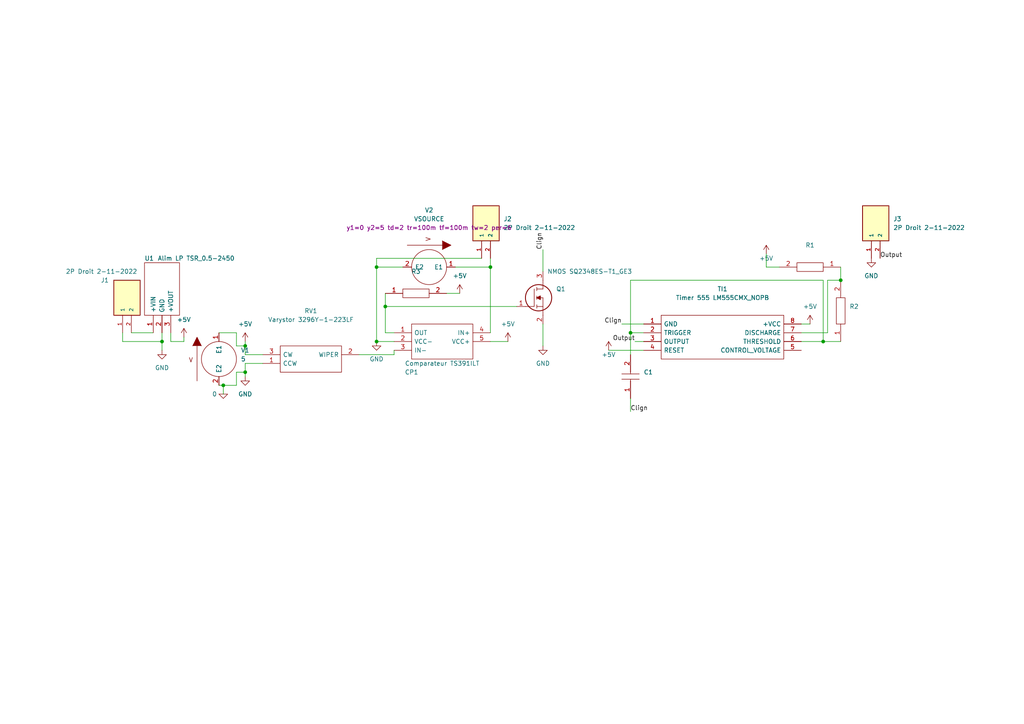
<source format=kicad_sch>
(kicad_sch (version 20211123) (generator eeschema)
  (paper "A4")
  (lib_symbols
    (symbol "EPSA_lib:2P Droit 2-11-2022" (pin_names (offset 1.016))
      (property "Reference" "J" (at -2.54 3.81 0))
      (property "Value" "2P Droit 2-11-2022" (at -12.7 6.35 0))
      (symbol "2P Droit 2-11-2022_0_0"
        (rectangle (start -5.08 -5.08) (end 5.08 2.54) (stroke (width 0.254)) (fill (type background)))
        (pin passive line (at -10.16 0 0) (length 5.08) (name "1") (number "1"))
        (pin passive line (at -10.16 -2.54 0) (length 5.08) (name "2") (number "2"))
      )
    )
    (symbol "EPSA_lib:Alim LP TSR_0.5-2450" (pin_names (offset 0.762))
      (property "Reference" "U" (at 21.59 7.62 0))
      (property "Value" "Alim LP TSR_0.5-2450" (at 21.59 5.08 0))
      (symbol "Alim LP TSR_0.5-2450_0_0"
        (pin passive line (at 0 0 0) (length 5.08) (name "+VIN") (number "1"))
        (pin passive line (at 0 -2.54 0) (length 5.08) (name "GND") (number "2"))
        (pin passive line (at 0 -5.08 0) (length 5.08) (name "+VOUT") (number "3"))
      )
      (symbol "Alim LP TSR_0.5-2450_0_1"
        (polyline (pts (xy 5.08 2.54) (xy 20.32 2.54) (xy 20.32 -7.62) (xy 5.08 -7.62) (xy 5.08 2.54)) (stroke (width 0.1524)))
      )
    )
    (symbol "EPSA_lib:Comparateur TS391ILT" (pin_names (offset 0.762))
      (property "Reference" "CP" (at 35.56 7.62 0))
      (property "Value" "Comparateur TS391ILT" (at 35.56 5.08 0))
      (property "Spice_Lib_File" "${EPSA}\\SpiceModel\\C_ts391.lib" (at 35.56 12.7 0))
      (symbol "Comparateur TS391ILT_0_0"
        (pin passive line (at 0 0 0) (length 5.08) (name "OUT") (number "1"))
        (pin passive line (at 0 -2.54 0) (length 5.08) (name "VCC-") (number "2"))
        (pin passive line (at 0 -5.08 0) (length 5.08) (name "IN-") (number "3"))
        (pin passive line (at 27.94 0 180) (length 5.08) (name "IN+") (number "4"))
        (pin passive line (at 27.94 -2.54 180) (length 5.08) (name "VCC+") (number "5"))
      )
      (symbol "Comparateur TS391ILT_0_1"
        (polyline (pts (xy 5.08 2.54) (xy 22.86 2.54) (xy 22.86 -7.62) (xy 5.08 -7.62) (xy 5.08 2.54)) (stroke (width 0.1524)))
      )
    )
    (symbol "EPSA_lib:Condensateur 0805Y1000104JXT" (pin_names (offset 0.762))
      (property "Reference" "C" (at 19.05 6.35 0))
      (property "Spice_Model" "10" (at 19.05 8.89 0))
      (symbol "Condensateur 0805Y1000104JXT_0_0"
        (pin passive line (at 0 0 0) (length 5.08) (name "~") (number "1"))
        (pin passive line (at 12.7 0 180) (length 5.08) (name "~") (number "2"))
      )
      (symbol "Condensateur 0805Y1000104JXT_0_1"
        (polyline (pts (xy 5.08 0) (xy 5.588 0)) (stroke (width 0.1524)))
        (polyline (pts (xy 5.588 2.54) (xy 5.588 -2.54)) (stroke (width 0.1524)))
        (polyline (pts (xy 7.112 0) (xy 7.62 0)) (stroke (width 0.1524)))
        (polyline (pts (xy 7.112 2.54) (xy 7.112 -2.54)) (stroke (width 0.1524)))
      )
    )
    (symbol "EPSA_lib:NMOS SQ2348ES-T1_GE3" (pin_names (offset 0.762))
      (property "Reference" "Q" (at 11.43 3.81 0))
      (property "Value" "NMOS SQ2348ES-T1_GE3" (at 11.43 1.27 0))
      (property "Spice_Lib_File" "${EPSA}\\SpiceModel\\NMOS_SQ2348ES_PS Rev A.LIB" (at 11.43 8.89 0))
      (symbol "NMOS SQ2348ES-T1_GE3_0_0"
        (pin passive line (at 0 0 0) (length 2.54) (name "~") (number "1"))
        (pin passive line (at 7.62 -5.08 90) (length 2.54) (name "~") (number "2"))
        (pin passive line (at 7.62 10.16 270) (length 2.54) (name "~") (number "3"))
      )
      (symbol "NMOS SQ2348ES-T1_GE3_0_1"
        (polyline (pts (xy 5.842 -0.508) (xy 5.842 0.508)) (stroke (width 0.1524)))
        (polyline (pts (xy 5.842 0) (xy 7.62 0)) (stroke (width 0.1524)))
        (polyline (pts (xy 5.842 2.032) (xy 5.842 3.048)) (stroke (width 0.1524)))
        (polyline (pts (xy 5.842 5.588) (xy 5.842 4.572)) (stroke (width 0.1524)))
        (polyline (pts (xy 7.62 2.54) (xy 5.842 2.54)) (stroke (width 0.1524)))
        (polyline (pts (xy 7.62 2.54) (xy 7.62 -2.54)) (stroke (width 0.1524)))
        (polyline (pts (xy 7.62 5.08) (xy 5.842 5.08)) (stroke (width 0.1524)))
        (polyline (pts (xy 7.62 5.08) (xy 7.62 7.62)) (stroke (width 0.1524)))
        (polyline (pts (xy 2.54 0) (xy 5.08 0) (xy 5.08 5.08)) (stroke (width 0.1524)))
        (polyline (pts (xy 5.842 2.54) (xy 6.858 3.048) (xy 6.858 2.032) (xy 5.842 2.54)) (stroke (width 0.254)) (fill (type outline)))
        (circle (center 6.35 2.54) (radius 3.81) (stroke (width 0.254)))
      )
    )
    (symbol "EPSA_lib:Résistance RK73H2BLTDD2152F" (pin_names (offset 0.762))
      (property "Reference" "R" (at 25.4 6.35 0))
      (property "Spice_Model" "10" (at 25.4 8.89 0))
      (symbol "Résistance RK73H2BLTDD2152F_0_0"
        (pin passive line (at 0 0 0) (length 5.08) (name "~") (number "1"))
        (pin passive line (at 17.78 0 180) (length 5.08) (name "~") (number "2"))
      )
      (symbol "Résistance RK73H2BLTDD2152F_0_1"
        (polyline (pts (xy 5.08 1.27) (xy 12.7 1.27) (xy 12.7 -1.27) (xy 5.08 -1.27) (xy 5.08 1.27)) (stroke (width 0.1524)))
      )
    )
    (symbol "EPSA_lib:Timer 555 LM555CMX_NOPB" (pin_names (offset 0.762))
      (property "Reference" "TI" (at 55.88 10.16 0))
      (property "Value" "Timer 555 LM555CMX_NOPB" (at 55.88 5.08 0))
      (property "Spice_Lib_File" "${EPSA}\\SpiceModel\\555_TLC555.lib" (at 55.88 12.7 0))
      (symbol "Timer 555 LM555CMX_NOPB_0_0"
        (pin passive line (at 0 0 0) (length 5.08) (name "GND") (number "1"))
        (pin passive line (at 0 -2.54 0) (length 5.08) (name "TRIGGER") (number "2"))
        (pin passive line (at 0 -5.08 0) (length 5.08) (name "OUTPUT") (number "3"))
        (pin passive line (at 0 -7.62 0) (length 5.08) (name "RESET") (number "4"))
        (pin passive line (at 45.72 -7.62 180) (length 5.08) (name "CONTROL_VOLTAGE") (number "5"))
        (pin passive line (at 45.72 -5.08 180) (length 5.08) (name "THRESHOLD") (number "6"))
        (pin passive line (at 45.72 -2.54 180) (length 5.08) (name "DISCHARGE") (number "7"))
        (pin passive line (at 45.72 0 180) (length 5.08) (name "+VCC") (number "8"))
      )
      (symbol "Timer 555 LM555CMX_NOPB_0_1"
        (polyline (pts (xy 5.08 2.54) (xy 40.64 2.54) (xy 40.64 -10.16) (xy 5.08 -10.16) (xy 5.08 2.54)) (stroke (width 0.1524)))
      )
    )
    (symbol "EPSA_lib:VSOURCE" (pin_names (offset 1.016)) (in_bom no) (on_board no)
      (property "Reference" "V" (at -6.35 7.62 0))
      (property "Value" "VSOURCE" (at 0 0 0))
      (property "Spice_Model" "dc 5" (at -6.35 10.16 0))
      (symbol "VSOURCE_0_1"
        (polyline (pts (xy -6.35 -6.35) (xy -6.35 3.81)) (fill (type outline)))
        (polyline (pts (xy -7.62 3.81) (xy -6.35 6.35) (xy -5.08 3.81)) (fill (type outline)))
        (circle (center 0 0) (radius 5.08))
        (text "V" (at -8.128 -0.254 0) (effects (font (size 1.27 1.27))))
      )
      (symbol "VSOURCE_1_1"
        (pin input line (at 0 7.62 270) (length 2.54) (name "E1") (number "1"))
        (pin input line (at 0 -7.62 90) (length 2.54) (name "E2") (number "2"))
      )
    )
    (symbol "EPSA_lib:Varystor 3296Y-1-223LF" (pin_names (offset 0.762))
      (property "Reference" "RV" (at 34.29 7.62 0))
      (property "Value" "Varystor 3296Y-1-223LF" (at 34.29 5.08 0))
      (property "Spice_Model" "VARYSTOR Rtot=1k Part=0.5" (at 34.29 10.16 0))
      (property "Spice_Lib_File" "${EPSA}\\SpiceModel\\VARYSTOR.lib" (at 34.29 12.7 0))
      (symbol "Varystor 3296Y-1-223LF_0_0"
        (pin passive line (at 27.94 -2.54 180) (length 5.08) (name "CCW") (number "1"))
        (pin passive line (at 0 0 0) (length 5.08) (name "WIPER") (number "2"))
        (pin passive line (at 27.94 0 180) (length 5.08) (name "CW") (number "3"))
      )
      (symbol "Varystor 3296Y-1-223LF_0_1"
        (polyline (pts (xy 5.08 2.54) (xy 22.86 2.54) (xy 22.86 -5.08) (xy 5.08 -5.08) (xy 5.08 2.54)) (stroke (width 0.1524)))
      )
    )
    (symbol "power:+5V" (power) (pin_names (offset 0))
      (property "Value" "+5V" (at 0 3.556 0))
      (symbol "+5V_0_1"
        (polyline (pts (xy -0.762 1.27) (xy 0 2.54)))
        (polyline (pts (xy 0 0) (xy 0 2.54)))
        (polyline (pts (xy 0 2.54) (xy 0.762 1.27)))
      )
      (symbol "+5V_1_1"
        (pin power_in line (at 0 0 90) (length 0) hide (name "+5V") (number "1"))
      )
    )
    (symbol "power:GND" (power) (pin_names (offset 0))
      (property "Value" "GND" (at 0 -3.81 0))
      (symbol "GND_0_1"
        (polyline (pts (xy 0 0) (xy 0 -1.27) (xy 1.27 -1.27) (xy 0 -2.54) (xy -1.27 -1.27) (xy 0 -1.27)))
      )
      (symbol "GND_1_1"
        (pin power_in line (at 0 0 270) (length 0) hide (name "GND") (number "1"))
      )
    )
    (symbol "pspice:0" (power) (pin_names (offset 0))
      (property "Value" "0" (at 0 -1.778 0))
      (symbol "0_0_1"
        (polyline (pts (xy -1.27 0) (xy 0 -1.27) (xy 1.27 0) (xy -1.27 0)))
      )
      (symbol "0_1_1"
        (pin power_in line (at 0 0 0) (length 0) hide (name "0") (number "1"))
      )
    )
  )
  (junction (at 142.24 77.47))
  (junction (at 182.88 96.52))
  (junction (at 111.76 88.9))
  (junction (at 71.12 107.95))
  (junction (at 46.99 99.06))
  (junction (at 71.12 100.33))
  (junction (at 238.76 99.06))
  (junction (at 64.77 111.76))
  (junction (at 109.22 99.06))
  (junction (at 109.22 77.47))
  (junction (at 243.84 81.28))
  (wire (pts (xy 176.53 101.6) (xy 186.69 101.6)))
  (wire (pts (xy 71.12 107.95) (xy 71.12 109.22)))
  (wire (pts (xy 157.48 93.98) (xy 157.48 100.33)))
  (wire (pts (xy 129.54 85.09) (xy 133.35 85.09)))
  (wire (pts (xy 38.1 96.52) (xy 44.45 96.52)))
  (wire (pts (xy 182.88 96.52) (xy 186.69 96.52)))
  (wire (pts (xy 182.88 81.28) (xy 182.88 96.52)))
  (wire (pts (xy 111.76 88.9) (xy 149.86 88.9)))
  (wire (pts (xy 71.12 100.33) (xy 71.12 102.87)))
  (wire (pts (xy 68.58 111.76) (xy 68.58 107.95)))
  (wire (pts (xy 104.14 102.87) (xy 114.3 102.87)))
  (wire (pts (xy 142.24 99.06) (xy 147.32 99.06)))
  (wire (pts (xy 232.41 99.06) (xy 238.76 99.06)))
  (wire (pts (xy 180.34 93.98) (xy 186.69 93.98)))
  (wire (pts (xy 142.24 77.47) (xy 142.24 96.52)))
  (wire (pts (xy 63.5 111.76) (xy 64.77 111.76)))
  (wire (pts (xy 232.41 93.98) (xy 234.95 93.98)))
  (wire (pts (xy 182.88 81.28) (xy 238.76 81.28)))
  (wire (pts (xy 46.99 99.06) (xy 46.99 101.6)))
  (wire (pts (xy 35.56 99.06) (xy 46.99 99.06)))
  (wire (pts (xy 182.88 96.52) (xy 182.88 102.87)))
  (wire (pts (xy 49.53 96.52) (xy 49.53 99.06)))
  (wire (pts (xy 68.58 96.52) (xy 68.58 100.33)))
  (wire (pts (xy 49.53 99.06) (xy 53.34 99.06)))
  (wire (pts (xy 226.06 77.47) (xy 222.25 77.47)))
  (wire (pts (xy 76.2 105.41) (xy 71.12 105.41)))
  (wire (pts (xy 111.76 88.9) (xy 111.76 96.52)))
  (wire (pts (xy 243.84 77.47) (xy 243.84 81.28)))
  (wire (pts (xy 240.03 96.52) (xy 232.41 96.52)))
  (wire (pts (xy 71.12 99.06) (xy 71.12 100.33)))
  (wire (pts (xy 46.99 96.52) (xy 46.99 99.06)))
  (wire (pts (xy 182.88 115.57) (xy 182.88 119.38)))
  (wire (pts (xy 68.58 100.33) (xy 71.12 100.33)))
  (wire (pts (xy 53.34 97.79) (xy 53.34 99.06)))
  (wire (pts (xy 63.5 96.52) (xy 68.58 96.52)))
  (wire (pts (xy 109.22 99.06) (xy 114.3 99.06)))
  (wire (pts (xy 238.76 99.06) (xy 243.84 99.06)))
  (wire (pts (xy 184.15 99.06) (xy 186.69 99.06)))
  (wire (pts (xy 64.77 111.76) (xy 64.77 114.3)))
  (wire (pts (xy 71.12 105.41) (xy 71.12 107.95)))
  (wire (pts (xy 109.22 74.93) (xy 109.22 77.47)))
  (wire (pts (xy 109.22 77.47) (xy 116.84 77.47)))
  (wire (pts (xy 142.24 74.93) (xy 142.24 77.47)))
  (wire (pts (xy 139.7 74.93) (xy 109.22 74.93)))
  (wire (pts (xy 114.3 96.52) (xy 111.76 96.52)))
  (wire (pts (xy 111.76 85.09) (xy 111.76 88.9)))
  (wire (pts (xy 35.56 96.52) (xy 35.56 99.06)))
  (wire (pts (xy 64.77 111.76) (xy 68.58 111.76)))
  (wire (pts (xy 114.3 102.87) (xy 114.3 101.6)))
  (wire (pts (xy 240.03 81.28) (xy 240.03 96.52)))
  (wire (pts (xy 238.76 99.06) (xy 238.76 81.28)))
  (wire (pts (xy 222.25 77.47) (xy 222.25 73.66)))
  (wire (pts (xy 109.22 77.47) (xy 109.22 99.06)))
  (wire (pts (xy 157.48 72.39) (xy 157.48 78.74)))
  (wire (pts (xy 68.58 107.95) (xy 71.12 107.95)))
  (wire (pts (xy 132.08 77.47) (xy 142.24 77.47)))
  (wire (pts (xy 243.84 81.28) (xy 240.03 81.28)))
  (wire (pts (xy 76.2 102.87) (xy 71.12 102.87)))
  (label "Output" (at 255.27 74.93 0))
  (label "Clign" (at 157.48 72.39 90))
  (label "Clign" (at 180.34 93.98 180))
  (label "Clign" (at 182.88 119.38 0))
  (label "Output" (at 184.15 99.06 180))
  (symbol (lib_id "pspice:0") (at 64.77 114.3 0) (unit 1)
    (property "Reference" "#GND01" (effects hide))
    (property "Value" "0" (at 62.23 114.3 0))
  )
  (symbol (lib_id "power:GND") (at 71.12 109.22 0) (unit 1)
    (property "Reference" "#PWR04" (effects hide))
    (property "Value" "GND" (at 71.12 114.3 0))
  )
  (symbol (lib_id "power:+5V") (at 147.32 99.06 0) (unit 1)
    (property "Reference" "#PWR06" (effects hide))
    (property "Value" "+5V" (at 147.32 93.98 0))
  )
  (symbol (lib_id "EPSA_lib:2P Droit 2-11-2022") (at 139.7 64.77 90) (unit 1)
    (property "Reference" "J2" (at 146.05 63.4999 90) (effects (justify right)))
    (property "Value" "2P Droit 2-11-2022" (at 146.05 66.0399 90) (effects (justify right)))
    (property "Footprint" "EPSA_lib:MOLEX_22-11-2022" (effects hide))
    (property "MAXIMUM_PACKAGE_HEIGHT" "10.66mm" (effects hide))
    (property "PARTREV" "BD8" (effects hide))
    (property "STANDARD" "Manufacturer Recommendations" (effects hide))
    (property "MANUFACTURER" "Molex" (effects hide))
    (property "Spice_Primitive" "J" (effects hide))
    (property "Spice_Model" "22-11-2022" (effects hide))
    (property "Spice_Netlist_Enabled" "N" (effects hide))
  )
  (symbol (lib_id "power:+5V") (at 71.12 99.06 0) (unit 1)
    (property "Reference" "#PWR03" (effects hide))
    (property "Value" "+5V" (at 71.12 93.98 0))
  )
  (symbol (lib_id "power:+5V") (at 234.95 93.98 0) (unit 1)
    (property "Reference" "#PWR011" (effects hide))
    (property "Value" "+5V" (at 234.95 88.9 0))
  )
  (symbol (lib_id "EPSA_lib:2P Droit 2-11-2022") (at 35.56 86.36 90) (unit 1)
    (property "Reference" "J1" (at 29.21 81.28 90) (effects (justify right)))
    (property "Value" "2P Droit 2-11-2022" (at 19.05 78.74 90) (effects (justify right)))
    (property "Footprint" "EPSA_lib:MOLEX_22-11-2022" (effects hide))
    (property "MAXIMUM_PACKAGE_HEIGHT" "10.66mm" (effects hide))
    (property "PARTREV" "BD8" (effects hide))
    (property "STANDARD" "Manufacturer Recommendations" (effects hide))
    (property "MANUFACTURER" "Molex" (effects hide))
    (property "Spice_Primitive" "J" (effects hide))
    (property "Spice_Model" "22-11-2022" (effects hide))
    (property "Spice_Netlist_Enabled" "N" (effects hide))
  )
  (symbol (lib_id "EPSA_lib:VSOURCE") (at 63.5 104.14 0) (unit 1) (in_bom no) (on_board no)
    (property "Reference" "V1" (at 69.85 101.5999 0) (effects (justify left)))
    (property "Value" "VSOURCE" (at 69.85 104.1399 0) (effects (justify left)))
    (property "Spice_Primitive" "V" (effects hide))
    (property "Spice_Model" "dc 5" (at 69.85 106.6799 0) (effects (justify left)))
    (property "Spice_Netlist_Enabled" "Y" (effects hide))
  )
  (symbol (lib_id "EPSA_lib:Résistance RK73H2BLTDD2152F") (at 111.76 85.09 0) (unit 1)
    (property "Reference" "R3" (at 120.65 78.74 0))
    (property "Value" "Résistance RK73H2BLTDD2152F" (effects hide))
    (property "Footprint" "EPSA_lib:RESC3216X70N" (effects hide))
    (property "Datasheet" "http://www.koaspeer.com/catimages/Products/RK73H/RK73H.pdf" (effects hide))
    (property "Description" "Thick Film Resistors - SMD" (effects hide))
    (property "Height" "0.7" (effects hide))
    (property "Manufacturer_Name" "KOA Speer" (effects hide))
    (property "Manufacturer_Part_Number" "RK73H2BLTDD2152F" (effects hide))
    (property "Mouser Part Number" "N/A" (effects hide))
    (property "Mouser Price/Stock" "https://www.mouser.co.uk/ProductDetail/KOA-Speer/RK73H2BLTDD2152F?qs=WeIALVmW3zmyxMFsjVzMRw%3D%3D" (effects hide))
    (property "Spice_Primitive" "R" (effects hide))
    (property "Spice_Model" "100k" (at 120.65 81.28 0))
    (property "Spice_Netlist_Enabled" "Y" (effects hide))
  )
  (symbol (lib_id "power:GND") (at 109.22 99.06 0) (unit 1)
    (property "Reference" "#PWR05" (effects hide))
    (property "Value" "GND" (at 109.22 104.14 0))
  )
  (symbol (lib_id "power:+5V") (at 133.35 85.09 0) (unit 1)
    (property "Reference" "#PWR09" (effects hide))
    (property "Value" "+5V" (at 133.35 80.01 0))
  )
  (symbol (lib_id "EPSA_lib:Résistance RK73H2BLTDD2152F") (at 243.84 77.47 180) (unit 1)
    (property "Reference" "R1" (at 234.95 71.12 0))
    (property "Value" "Résistance RK73H2BLTDD2152F" (effects hide))
    (property "Footprint" "EPSA_lib:RESC3216X70N" (effects hide))
    (property "Datasheet" "http://www.koaspeer.com/catimages/Products/RK73H/RK73H.pdf" (effects hide))
    (property "Description" "Thick Film Resistors - SMD" (effects hide))
    (property "Height" "0.7" (effects hide))
    (property "Manufacturer_Name" "KOA Speer" (effects hide))
    (property "Manufacturer_Part_Number" "RK73H2BLTDD2152F" (effects hide))
    (property "Mouser Part Number" "N/A" (effects hide))
    (property "Mouser Price/Stock" "https://www.mouser.co.uk/ProductDetail/KOA-Speer/RK73H2BLTDD2152F?qs=WeIALVmW3zmyxMFsjVzMRw%3D%3D" (effects hide))
    (property "Spice_Primitive" "R" (effects hide))
    (property "Spice_Model" "100k" (at 234.95 73.66 0))
    (property "Spice_Netlist_Enabled" "Y" (effects hide))
  )
  (symbol (lib_id "EPSA_lib:NMOS SQ2348ES-T1_GE3") (at 149.86 88.9 0) (unit 1)
    (property "Reference" "Q1" (at 161.29 83.8199 0) (effects (justify left)))
    (property "Value" "NMOS SQ2348ES-T1_GE3" (at 158.75 78.74 0) (effects (justify left)))
    (property "Footprint" "EPSA_lib:SOT95P237X112-3N" (effects hide))
    (property "Datasheet" "http://www.vishay.com/docs/63706/sq2348es.pdf" (effects hide))
    (property "Description" "VISHAY - SQ2348ES-T1_GE3 - MOSFET, AEC-Q101, N-CH, 30V, SOT-23" (effects hide))
    (property "Height" "1.12" (effects hide))
    (property "Manufacturer_Name" "Vishay" (effects hide))
    (property "Manufacturer_Part_Number" "SQ2348ES-T1_GE3" (effects hide))
    (property "Mouser Part Number" "781-SQ2348ES-T1_GE3" (effects hide))
    (property "Mouser Price/Stock" "https://www.mouser.co.uk/ProductDetail/Vishay-Siliconix/SQ2348ES-T1_GE3?qs=jHkklCh7amgC88blremf%252Bw%3D%3D" (effects hide))
    (property "Arrow Part Number" "SQ2348ES-T1_GE3" (effects hide))
    (property "Arrow Price/Stock" "https://www.arrow.com/en/products/sq2348es-t1-ge3/vishay?region=nac" (effects hide))
    (property "Spice_Primitive" "X" (effects hide))
    (property "Spice_Model" "SQ2348ES" (effects hide))
    (property "Spice_Netlist_Enabled" "Y" (effects hide))
    (property "Spice_Node_Sequence" "3,1,2" (effects hide))
    (property "Spice_Lib_File" "${EPSA}\\SpiceModel\\NMOS_SQ2348ES_PS Rev A.LIB" (at 124.46 118.11 0) (effects (justify left)))
  )
  (symbol (lib_id "power:+5V") (at 222.25 73.66 0) (unit 1)
    (property "Reference" "#PWR010" (effects hide))
    (property "Value" "+5V" (at 222.25 74.93 0))
  )
  (symbol (lib_id "EPSA_lib:Comparateur TS391ILT") (at 114.3 96.52 0) (unit 1)
    (property "Reference" "CP1" (at 119.38 107.95 0))
    (property "Value" "Comparateur TS391ILT" (at 128.27 105.41 0))
    (property "Footprint" "EPSA_lib:SOT95P280X145-5N" (effects hide))
    (property "Datasheet" "http://www.st.com/st-web-ui/static/active/en/resource/technical/document/datasheet/CD00001660.pdf" (effects hide))
    (property "Description" "TS391ILT, Comparator Open Collector 0.3us 12 V, 15 V, 18 V, 24 V, 28 V, 3 V, 5 V, 9 V 5-Pin SOT-23" (effects hide))
    (property "Height" "1.45" (effects hide))
    (property "Manufacturer_Name" "STMicroelectronics" (effects hide))
    (property "Manufacturer_Part_Number" "TS391ILT" (effects hide))
    (property "Mouser Part Number" "511-TS391IL" (effects hide))
    (property "Mouser Price/Stock" "https://www.mouser.co.uk/ProductDetail/STMicroelectronics/TS391ILT?qs=P8h1tZw8GcB9GWR61XM17g%3D%3D" (effects hide))
    (property "Arrow Part Number" "TS391ILT" (effects hide))
    (property "Arrow Price/Stock" "https://www.arrow.com/en/products/ts391ilt/stmicroelectronics?region=europe" (effects hide))
    (property "Spice_Primitive" "X" (effects hide))
    (property "Spice_Model" "TS391" (effects hide))
    (property "Spice_Netlist_Enabled" "Y" (effects hide))
    (property "Spice_Node_Sequence" "4,3,5,2,1" (effects hide))
    (property "Spice_Lib_File" "${EPSA}\\SpiceModel\\C_ts391.lib" (at 128.27 91.44 0))
  )
  (symbol (lib_id "power:GND") (at 157.48 100.33 0) (unit 1)
    (property "Reference" "#PWR07" (effects hide))
    (property "Value" "GND" (at 157.48 105.41 0))
  )
  (symbol (lib_id "power:+5V") (at 176.53 101.6 0) (unit 1)
    (property "Reference" "#PWR08" (effects hide))
    (property "Value" "+5V" (at 176.53 102.87 0))
  )
  (symbol (lib_id "EPSA_lib:Condensateur 0805Y1000104JXT") (at 182.88 115.57 90) (unit 1)
    (property "Reference" "C1" (at 186.69 107.9499 90) (effects (justify right)))
    (property "Value" "Condensateur 0805Y1000104JXT" (effects hide))
    (property "Footprint" "EPSA_lib:CAPC2012X130N" (effects hide))
    (property "Datasheet" "http://docs-europe.electrocomponents.com/webdocs/119d/0900766b8119d7bc.pdf" (effects hide))
    (property "Description" "Syfer 0805 Ceramic Chip Capacitors" (effects hide))
    (property "Height" "1.3" (effects hide))
    (property "Manufacturer_Name" "Syfer" (effects hide))
    (property "Manufacturer_Part_Number" "0805Y1000104JXT" (effects hide))
    (property "Arrow Part Number" "0805Y1000104JXT" (effects hide))
    (property "Arrow Price/Stock" "https://www.arrow.com/en/products/0805y1000104jxt/syfer-technology?region=europe" (effects hide))
    (property "Spice_Primitive" "C" (effects hide))
    (property "Spice_Model" "5u" (at 186.69 110.4899 90) (effects (justify right)))
    (property "Spice_Netlist_Enabled" "Y" (effects hide))
  )
  (symbol (lib_id "EPSA_lib:VSOURCE") (at 124.46 77.47 270) (unit 1) (in_bom no) (on_board no)
    (property "Reference" "V2" (at 124.46 60.96 90))
    (property "Value" "VSOURCE" (at 124.46 63.5 90))
    (property "Spice_Primitive" "V" (effects hide))
    (property "Spice_Model" "pulse(0 5 2 100m 100m 2 6)" (at 124.46 66.04 90))
    (property "Spice_Netlist_Enabled" "Y" (effects hide))
  )
  (symbol (lib_id "EPSA_lib:2P Droit 2-11-2022") (at 252.73 64.77 90) (unit 1)
    (property "Reference" "J3" (at 259.08 63.4999 90) (effects (justify right)))
    (property "Value" "2P Droit 2-11-2022" (at 259.08 66.0399 90) (effects (justify right)))
    (property "Footprint" "EPSA_lib:MOLEX_22-11-2022" (effects hide))
    (property "MAXIMUM_PACKAGE_HEIGHT" "10.66mm" (effects hide))
    (property "PARTREV" "BD8" (effects hide))
    (property "STANDARD" "Manufacturer Recommendations" (effects hide))
    (property "MANUFACTURER" "Molex" (effects hide))
    (property "Spice_Primitive" "J" (effects hide))
    (property "Spice_Model" "22-11-2022" (effects hide))
    (property "Spice_Netlist_Enabled" "N" (effects hide))
  )
  (symbol (lib_id "power:GND") (at 46.99 101.6 0) (unit 1)
    (property "Reference" "#PWR01" (effects hide))
    (property "Value" "GND" (at 46.99 106.68 0))
  )
  (symbol (lib_id "power:GND") (at 252.73 74.93 0) (unit 1)
    (property "Reference" "#PWR012" (effects hide))
    (property "Value" "GND" (at 252.73 80.01 0))
  )
  (symbol (lib_id "power:+5V") (at 53.34 97.79 0) (unit 1)
    (property "Reference" "#PWR02" (effects hide))
    (property "Value" "+5V" (at 53.34 92.71 0))
  )
  (symbol (lib_id "EPSA_lib:Timer 555 LM555CMX_NOPB") (at 186.69 93.98 0) (unit 1)
    (property "Reference" "TI1" (at 209.55 83.82 0))
    (property "Value" "Timer 555 LM555CMX_NOPB" (at 209.55 86.36 0))
    (property "Footprint" "EPSA_lib:SOIC127P600X175-8N" (effects hide))
    (property "Datasheet" "http://www.ti.com/lit/ds/symlink/lm555.pdf" (effects hide))
    (property "Description" "Highly stable 555 timer for generating accurate time delays and oscillation" (effects hide))
    (property "Height" "1.75" (effects hide))
    (property "Manufacturer_Name" "Texas Instruments" (effects hide))
    (property "Manufacturer_Part_Number" "LM555CMX/NOPB" (effects hide))
    (property "Mouser Part Number" "926-LM555CMX/NOPB" (effects hide))
    (property "Mouser Price/Stock" "https://www.mouser.co.uk/ProductDetail/Texas-Instruments/LM555CMX-NOPB?qs=QbsRYf82W3GHnQuoL%2FmIoA%3D%3D" (effects hide))
    (property "Arrow Part Number" "LM555CMX/NOPB" (effects hide))
    (property "Arrow Price/Stock" "https://www.arrow.com/en/products/lm555cmxnopb/texas-instruments?region=nac" (effects hide))
    (property "Spice_Primitive" "X" (effects hide))
    (property "Spice_Model" "TLC555" (effects hide))
    (property "Spice_Netlist_Enabled" "Y" (effects hide))
    (property "Spice_Lib_File" "${EPSA}\\SpiceModel\\555_TLC555.lib" (at 209.55 88.9 0))
    (property "Spice_Node_Sequence" "6,5,2,4,3,7,8,1" (effects hide))
  )
  (symbol (lib_id "EPSA_lib:Varystor 3296Y-1-223LF") (at 104.14 102.87 0) (mirror y) (unit 1)
    (property "Reference" "RV1" (at 90.17 90.17 0))
    (property "Value" "Varystor 3296Y-1-223LF" (at 90.17 92.71 0))
    (property "Footprint" "EPSA_lib:3296Y1223LF" (effects hide))
    (property "Datasheet" "https://www.bourns.com/docs/Product-Datasheets/3296.pdf" (effects hide))
    (property "Description" "Bourns 3296Y Series 25-Turn Through Hole Cermet Trimmer Resistor with Solder Pin Terminations, 22k +/-10% 0.5W +/-100ppm/C" (effects hide))
    (property "Height" "11.8" (effects hide))
    (property "Manufacturer_Name" "Bourns" (effects hide))
    (property "Manufacturer_Part_Number" "3296Y-1-223LF" (effects hide))
    (property "Mouser Part Number" "652-3296Y-1-223LF" (effects hide))
    (property "Mouser Price/Stock" "https://www.mouser.co.uk/ProductDetail/Bourns/3296Y-1-223LF?qs=RUdTbCszRyG%2Fz0rQkQfbLg%3D%3D" (effects hide))
    (property "Arrow Part Number" "3296Y-1-223LF" (effects hide))
    (property "Arrow Price/Stock" "https://www.arrow.com/en/products/3296y-1-223lf/bourns" (effects hide))
    (property "Spice_Primitive" "X" (effects hide))
    (property "Spice_Model" "VARYSTOR Rtot=2k Part=0.5" (at 90.17 95.25 0))
    (property "Spice_Netlist_Enabled" "Y" (effects hide))
    (property "Spice_Lib_File" "${EPSA}\\SpiceModel\\VARYSTOR.lib" (at 90.17 97.79 0))
  )
  (symbol (lib_id "EPSA_lib:Résistance RK73H2BLTDD2152F") (at 243.84 99.06 90) (unit 1)
    (property "Reference" "R2" (at 246.38 88.8999 90) (effects (justify right)))
    (property "Value" "Résistance RK73H2BLTDD2152F" (effects hide))
    (property "Footprint" "EPSA_lib:RESC3216X70N" (effects hide))
    (property "Datasheet" "http://www.koaspeer.com/catimages/Products/RK73H/RK73H.pdf" (effects hide))
    (property "Description" "Thick Film Resistors - SMD" (effects hide))
    (property "Height" "0.7" (effects hide))
    (property "Manufacturer_Name" "KOA Speer" (effects hide))
    (property "Manufacturer_Part_Number" "RK73H2BLTDD2152F" (effects hide))
    (property "Mouser Part Number" "N/A" (effects hide))
    (property "Mouser Price/Stock" "https://www.mouser.co.uk/ProductDetail/KOA-Speer/RK73H2BLTDD2152F?qs=WeIALVmW3zmyxMFsjVzMRw%3D%3D" (effects hide))
    (property "Spice_Primitive" "R" (effects hide))
    (property "Spice_Model" "100k" (at 246.38 91.4399 90) (effects (justify right)))
    (property "Spice_Netlist_Enabled" "Y" (effects hide))
  )
  (symbol (lib_id "EPSA_lib:Alim LP TSR_0.5-2450") (at 44.45 96.52 90) (unit 1)
    (property "Reference" "U1" (at 41.91 74.93 90) (effects (justify right)))
    (property "Value" "Alim LP TSR_0.5-2450" (at 45.72 74.93 90) (effects (justify right)))
    (property "Footprint" "EPSA_lib:TSR-0.5-2433" (effects hide))
    (property "Datasheet" "https://tracopower.com/tsr0-5-datasheet/" (effects hide))
    (property "Description" "0.5 Amp POL switching regulator, 4.75 to -32 VDC input, pos.-pos. circuit, LM78 compatible, SIP-3" (effects hide))
    (property "Manufacturer_Name" "Traco Power" (effects hide))
    (property "Manufacturer_Part_Number" "TSR 0.5-2450" (effects hide))
    (property "Mouser Part Number" "495-TSR0.5-2450" (effects hide))
    (property "Mouser Price/Stock" "https://www.mouser.co.uk/ProductDetail/TRACO-Power/TSR-0.5-2450?qs=ckJk83FOD0XpEgQBSwF%2FIw%3D%3D" (effects hide))
    (property "Arrow Part Number" "TSR 0.5-2450" (effects hide))
    (property "Arrow Price/Stock" "https://www.arrow.com/en/products/tsr0.5-2450/traco-electronic-ag?region=europe" (effects hide))
    (property "Spice_Primitive" "R" (effects hide))
    (property "Spice_Netlist_Enabled" "N" (effects hide))
    (property "Spice_Model" "Alim LP TSR_0.5-2450" (effects hide))
  )
)
</source>
